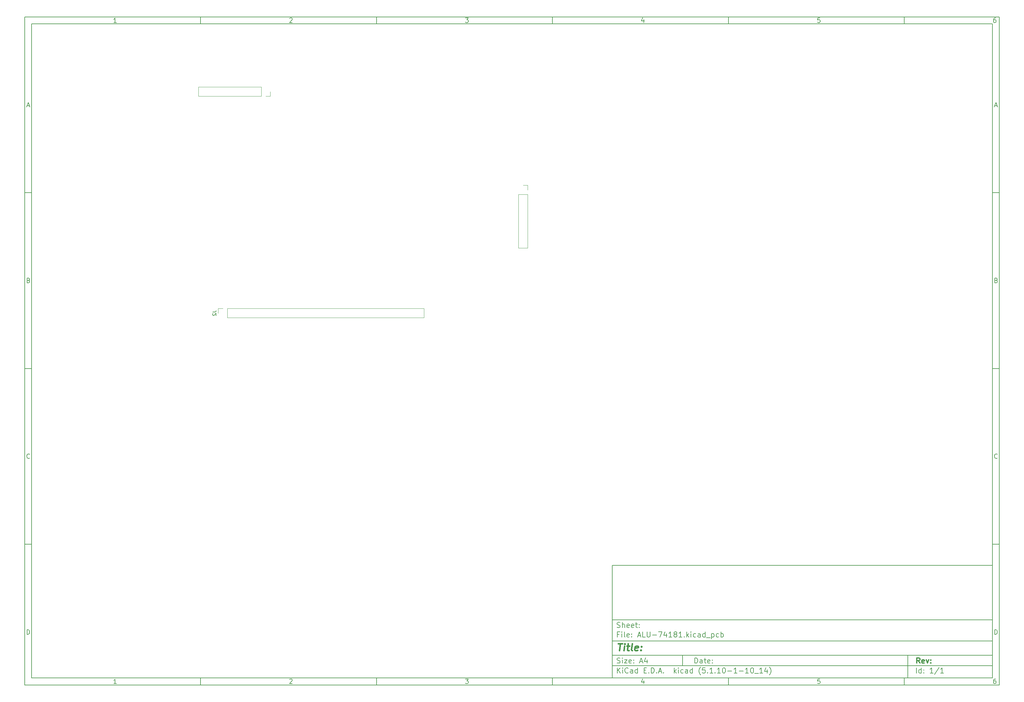
<source format=gbr>
%TF.GenerationSoftware,KiCad,Pcbnew,(5.1.10-1-10_14)*%
%TF.CreationDate,2021-11-14T11:47:48-05:00*%
%TF.ProjectId,ALU-74181,414c552d-3734-4313-9831-2e6b69636164,rev?*%
%TF.SameCoordinates,Original*%
%TF.FileFunction,Legend,Bot*%
%TF.FilePolarity,Positive*%
%FSLAX46Y46*%
G04 Gerber Fmt 4.6, Leading zero omitted, Abs format (unit mm)*
G04 Created by KiCad (PCBNEW (5.1.10-1-10_14)) date 2021-11-14 11:47:48*
%MOMM*%
%LPD*%
G01*
G04 APERTURE LIST*
%ADD10C,0.100000*%
%ADD11C,0.150000*%
%ADD12C,0.300000*%
%ADD13C,0.400000*%
%ADD14C,0.120000*%
G04 APERTURE END LIST*
D10*
D11*
X177002200Y-166007200D02*
X177002200Y-198007200D01*
X285002200Y-198007200D01*
X285002200Y-166007200D01*
X177002200Y-166007200D01*
D10*
D11*
X10000000Y-10000000D02*
X10000000Y-200007200D01*
X287002200Y-200007200D01*
X287002200Y-10000000D01*
X10000000Y-10000000D01*
D10*
D11*
X12000000Y-12000000D02*
X12000000Y-198007200D01*
X285002200Y-198007200D01*
X285002200Y-12000000D01*
X12000000Y-12000000D01*
D10*
D11*
X60000000Y-12000000D02*
X60000000Y-10000000D01*
D10*
D11*
X110000000Y-12000000D02*
X110000000Y-10000000D01*
D10*
D11*
X160000000Y-12000000D02*
X160000000Y-10000000D01*
D10*
D11*
X210000000Y-12000000D02*
X210000000Y-10000000D01*
D10*
D11*
X260000000Y-12000000D02*
X260000000Y-10000000D01*
D10*
D11*
X36065476Y-11588095D02*
X35322619Y-11588095D01*
X35694047Y-11588095D02*
X35694047Y-10288095D01*
X35570238Y-10473809D01*
X35446428Y-10597619D01*
X35322619Y-10659523D01*
D10*
D11*
X85322619Y-10411904D02*
X85384523Y-10350000D01*
X85508333Y-10288095D01*
X85817857Y-10288095D01*
X85941666Y-10350000D01*
X86003571Y-10411904D01*
X86065476Y-10535714D01*
X86065476Y-10659523D01*
X86003571Y-10845238D01*
X85260714Y-11588095D01*
X86065476Y-11588095D01*
D10*
D11*
X135260714Y-10288095D02*
X136065476Y-10288095D01*
X135632142Y-10783333D01*
X135817857Y-10783333D01*
X135941666Y-10845238D01*
X136003571Y-10907142D01*
X136065476Y-11030952D01*
X136065476Y-11340476D01*
X136003571Y-11464285D01*
X135941666Y-11526190D01*
X135817857Y-11588095D01*
X135446428Y-11588095D01*
X135322619Y-11526190D01*
X135260714Y-11464285D01*
D10*
D11*
X185941666Y-10721428D02*
X185941666Y-11588095D01*
X185632142Y-10226190D02*
X185322619Y-11154761D01*
X186127380Y-11154761D01*
D10*
D11*
X236003571Y-10288095D02*
X235384523Y-10288095D01*
X235322619Y-10907142D01*
X235384523Y-10845238D01*
X235508333Y-10783333D01*
X235817857Y-10783333D01*
X235941666Y-10845238D01*
X236003571Y-10907142D01*
X236065476Y-11030952D01*
X236065476Y-11340476D01*
X236003571Y-11464285D01*
X235941666Y-11526190D01*
X235817857Y-11588095D01*
X235508333Y-11588095D01*
X235384523Y-11526190D01*
X235322619Y-11464285D01*
D10*
D11*
X285941666Y-10288095D02*
X285694047Y-10288095D01*
X285570238Y-10350000D01*
X285508333Y-10411904D01*
X285384523Y-10597619D01*
X285322619Y-10845238D01*
X285322619Y-11340476D01*
X285384523Y-11464285D01*
X285446428Y-11526190D01*
X285570238Y-11588095D01*
X285817857Y-11588095D01*
X285941666Y-11526190D01*
X286003571Y-11464285D01*
X286065476Y-11340476D01*
X286065476Y-11030952D01*
X286003571Y-10907142D01*
X285941666Y-10845238D01*
X285817857Y-10783333D01*
X285570238Y-10783333D01*
X285446428Y-10845238D01*
X285384523Y-10907142D01*
X285322619Y-11030952D01*
D10*
D11*
X60000000Y-198007200D02*
X60000000Y-200007200D01*
D10*
D11*
X110000000Y-198007200D02*
X110000000Y-200007200D01*
D10*
D11*
X160000000Y-198007200D02*
X160000000Y-200007200D01*
D10*
D11*
X210000000Y-198007200D02*
X210000000Y-200007200D01*
D10*
D11*
X260000000Y-198007200D02*
X260000000Y-200007200D01*
D10*
D11*
X36065476Y-199595295D02*
X35322619Y-199595295D01*
X35694047Y-199595295D02*
X35694047Y-198295295D01*
X35570238Y-198481009D01*
X35446428Y-198604819D01*
X35322619Y-198666723D01*
D10*
D11*
X85322619Y-198419104D02*
X85384523Y-198357200D01*
X85508333Y-198295295D01*
X85817857Y-198295295D01*
X85941666Y-198357200D01*
X86003571Y-198419104D01*
X86065476Y-198542914D01*
X86065476Y-198666723D01*
X86003571Y-198852438D01*
X85260714Y-199595295D01*
X86065476Y-199595295D01*
D10*
D11*
X135260714Y-198295295D02*
X136065476Y-198295295D01*
X135632142Y-198790533D01*
X135817857Y-198790533D01*
X135941666Y-198852438D01*
X136003571Y-198914342D01*
X136065476Y-199038152D01*
X136065476Y-199347676D01*
X136003571Y-199471485D01*
X135941666Y-199533390D01*
X135817857Y-199595295D01*
X135446428Y-199595295D01*
X135322619Y-199533390D01*
X135260714Y-199471485D01*
D10*
D11*
X185941666Y-198728628D02*
X185941666Y-199595295D01*
X185632142Y-198233390D02*
X185322619Y-199161961D01*
X186127380Y-199161961D01*
D10*
D11*
X236003571Y-198295295D02*
X235384523Y-198295295D01*
X235322619Y-198914342D01*
X235384523Y-198852438D01*
X235508333Y-198790533D01*
X235817857Y-198790533D01*
X235941666Y-198852438D01*
X236003571Y-198914342D01*
X236065476Y-199038152D01*
X236065476Y-199347676D01*
X236003571Y-199471485D01*
X235941666Y-199533390D01*
X235817857Y-199595295D01*
X235508333Y-199595295D01*
X235384523Y-199533390D01*
X235322619Y-199471485D01*
D10*
D11*
X285941666Y-198295295D02*
X285694047Y-198295295D01*
X285570238Y-198357200D01*
X285508333Y-198419104D01*
X285384523Y-198604819D01*
X285322619Y-198852438D01*
X285322619Y-199347676D01*
X285384523Y-199471485D01*
X285446428Y-199533390D01*
X285570238Y-199595295D01*
X285817857Y-199595295D01*
X285941666Y-199533390D01*
X286003571Y-199471485D01*
X286065476Y-199347676D01*
X286065476Y-199038152D01*
X286003571Y-198914342D01*
X285941666Y-198852438D01*
X285817857Y-198790533D01*
X285570238Y-198790533D01*
X285446428Y-198852438D01*
X285384523Y-198914342D01*
X285322619Y-199038152D01*
D10*
D11*
X10000000Y-60000000D02*
X12000000Y-60000000D01*
D10*
D11*
X10000000Y-110000000D02*
X12000000Y-110000000D01*
D10*
D11*
X10000000Y-160000000D02*
X12000000Y-160000000D01*
D10*
D11*
X10690476Y-35216666D02*
X11309523Y-35216666D01*
X10566666Y-35588095D02*
X11000000Y-34288095D01*
X11433333Y-35588095D01*
D10*
D11*
X11092857Y-84907142D02*
X11278571Y-84969047D01*
X11340476Y-85030952D01*
X11402380Y-85154761D01*
X11402380Y-85340476D01*
X11340476Y-85464285D01*
X11278571Y-85526190D01*
X11154761Y-85588095D01*
X10659523Y-85588095D01*
X10659523Y-84288095D01*
X11092857Y-84288095D01*
X11216666Y-84350000D01*
X11278571Y-84411904D01*
X11340476Y-84535714D01*
X11340476Y-84659523D01*
X11278571Y-84783333D01*
X11216666Y-84845238D01*
X11092857Y-84907142D01*
X10659523Y-84907142D01*
D10*
D11*
X11402380Y-135464285D02*
X11340476Y-135526190D01*
X11154761Y-135588095D01*
X11030952Y-135588095D01*
X10845238Y-135526190D01*
X10721428Y-135402380D01*
X10659523Y-135278571D01*
X10597619Y-135030952D01*
X10597619Y-134845238D01*
X10659523Y-134597619D01*
X10721428Y-134473809D01*
X10845238Y-134350000D01*
X11030952Y-134288095D01*
X11154761Y-134288095D01*
X11340476Y-134350000D01*
X11402380Y-134411904D01*
D10*
D11*
X10659523Y-185588095D02*
X10659523Y-184288095D01*
X10969047Y-184288095D01*
X11154761Y-184350000D01*
X11278571Y-184473809D01*
X11340476Y-184597619D01*
X11402380Y-184845238D01*
X11402380Y-185030952D01*
X11340476Y-185278571D01*
X11278571Y-185402380D01*
X11154761Y-185526190D01*
X10969047Y-185588095D01*
X10659523Y-185588095D01*
D10*
D11*
X287002200Y-60000000D02*
X285002200Y-60000000D01*
D10*
D11*
X287002200Y-110000000D02*
X285002200Y-110000000D01*
D10*
D11*
X287002200Y-160000000D02*
X285002200Y-160000000D01*
D10*
D11*
X285692676Y-35216666D02*
X286311723Y-35216666D01*
X285568866Y-35588095D02*
X286002200Y-34288095D01*
X286435533Y-35588095D01*
D10*
D11*
X286095057Y-84907142D02*
X286280771Y-84969047D01*
X286342676Y-85030952D01*
X286404580Y-85154761D01*
X286404580Y-85340476D01*
X286342676Y-85464285D01*
X286280771Y-85526190D01*
X286156961Y-85588095D01*
X285661723Y-85588095D01*
X285661723Y-84288095D01*
X286095057Y-84288095D01*
X286218866Y-84350000D01*
X286280771Y-84411904D01*
X286342676Y-84535714D01*
X286342676Y-84659523D01*
X286280771Y-84783333D01*
X286218866Y-84845238D01*
X286095057Y-84907142D01*
X285661723Y-84907142D01*
D10*
D11*
X286404580Y-135464285D02*
X286342676Y-135526190D01*
X286156961Y-135588095D01*
X286033152Y-135588095D01*
X285847438Y-135526190D01*
X285723628Y-135402380D01*
X285661723Y-135278571D01*
X285599819Y-135030952D01*
X285599819Y-134845238D01*
X285661723Y-134597619D01*
X285723628Y-134473809D01*
X285847438Y-134350000D01*
X286033152Y-134288095D01*
X286156961Y-134288095D01*
X286342676Y-134350000D01*
X286404580Y-134411904D01*
D10*
D11*
X285661723Y-185588095D02*
X285661723Y-184288095D01*
X285971247Y-184288095D01*
X286156961Y-184350000D01*
X286280771Y-184473809D01*
X286342676Y-184597619D01*
X286404580Y-184845238D01*
X286404580Y-185030952D01*
X286342676Y-185278571D01*
X286280771Y-185402380D01*
X286156961Y-185526190D01*
X285971247Y-185588095D01*
X285661723Y-185588095D01*
D10*
D11*
X200434342Y-193785771D02*
X200434342Y-192285771D01*
X200791485Y-192285771D01*
X201005771Y-192357200D01*
X201148628Y-192500057D01*
X201220057Y-192642914D01*
X201291485Y-192928628D01*
X201291485Y-193142914D01*
X201220057Y-193428628D01*
X201148628Y-193571485D01*
X201005771Y-193714342D01*
X200791485Y-193785771D01*
X200434342Y-193785771D01*
X202577200Y-193785771D02*
X202577200Y-193000057D01*
X202505771Y-192857200D01*
X202362914Y-192785771D01*
X202077200Y-192785771D01*
X201934342Y-192857200D01*
X202577200Y-193714342D02*
X202434342Y-193785771D01*
X202077200Y-193785771D01*
X201934342Y-193714342D01*
X201862914Y-193571485D01*
X201862914Y-193428628D01*
X201934342Y-193285771D01*
X202077200Y-193214342D01*
X202434342Y-193214342D01*
X202577200Y-193142914D01*
X203077200Y-192785771D02*
X203648628Y-192785771D01*
X203291485Y-192285771D02*
X203291485Y-193571485D01*
X203362914Y-193714342D01*
X203505771Y-193785771D01*
X203648628Y-193785771D01*
X204720057Y-193714342D02*
X204577200Y-193785771D01*
X204291485Y-193785771D01*
X204148628Y-193714342D01*
X204077200Y-193571485D01*
X204077200Y-193000057D01*
X204148628Y-192857200D01*
X204291485Y-192785771D01*
X204577200Y-192785771D01*
X204720057Y-192857200D01*
X204791485Y-193000057D01*
X204791485Y-193142914D01*
X204077200Y-193285771D01*
X205434342Y-193642914D02*
X205505771Y-193714342D01*
X205434342Y-193785771D01*
X205362914Y-193714342D01*
X205434342Y-193642914D01*
X205434342Y-193785771D01*
X205434342Y-192857200D02*
X205505771Y-192928628D01*
X205434342Y-193000057D01*
X205362914Y-192928628D01*
X205434342Y-192857200D01*
X205434342Y-193000057D01*
D10*
D11*
X177002200Y-194507200D02*
X285002200Y-194507200D01*
D10*
D11*
X178434342Y-196585771D02*
X178434342Y-195085771D01*
X179291485Y-196585771D02*
X178648628Y-195728628D01*
X179291485Y-195085771D02*
X178434342Y-195942914D01*
X179934342Y-196585771D02*
X179934342Y-195585771D01*
X179934342Y-195085771D02*
X179862914Y-195157200D01*
X179934342Y-195228628D01*
X180005771Y-195157200D01*
X179934342Y-195085771D01*
X179934342Y-195228628D01*
X181505771Y-196442914D02*
X181434342Y-196514342D01*
X181220057Y-196585771D01*
X181077200Y-196585771D01*
X180862914Y-196514342D01*
X180720057Y-196371485D01*
X180648628Y-196228628D01*
X180577200Y-195942914D01*
X180577200Y-195728628D01*
X180648628Y-195442914D01*
X180720057Y-195300057D01*
X180862914Y-195157200D01*
X181077200Y-195085771D01*
X181220057Y-195085771D01*
X181434342Y-195157200D01*
X181505771Y-195228628D01*
X182791485Y-196585771D02*
X182791485Y-195800057D01*
X182720057Y-195657200D01*
X182577200Y-195585771D01*
X182291485Y-195585771D01*
X182148628Y-195657200D01*
X182791485Y-196514342D02*
X182648628Y-196585771D01*
X182291485Y-196585771D01*
X182148628Y-196514342D01*
X182077200Y-196371485D01*
X182077200Y-196228628D01*
X182148628Y-196085771D01*
X182291485Y-196014342D01*
X182648628Y-196014342D01*
X182791485Y-195942914D01*
X184148628Y-196585771D02*
X184148628Y-195085771D01*
X184148628Y-196514342D02*
X184005771Y-196585771D01*
X183720057Y-196585771D01*
X183577200Y-196514342D01*
X183505771Y-196442914D01*
X183434342Y-196300057D01*
X183434342Y-195871485D01*
X183505771Y-195728628D01*
X183577200Y-195657200D01*
X183720057Y-195585771D01*
X184005771Y-195585771D01*
X184148628Y-195657200D01*
X186005771Y-195800057D02*
X186505771Y-195800057D01*
X186720057Y-196585771D02*
X186005771Y-196585771D01*
X186005771Y-195085771D01*
X186720057Y-195085771D01*
X187362914Y-196442914D02*
X187434342Y-196514342D01*
X187362914Y-196585771D01*
X187291485Y-196514342D01*
X187362914Y-196442914D01*
X187362914Y-196585771D01*
X188077200Y-196585771D02*
X188077200Y-195085771D01*
X188434342Y-195085771D01*
X188648628Y-195157200D01*
X188791485Y-195300057D01*
X188862914Y-195442914D01*
X188934342Y-195728628D01*
X188934342Y-195942914D01*
X188862914Y-196228628D01*
X188791485Y-196371485D01*
X188648628Y-196514342D01*
X188434342Y-196585771D01*
X188077200Y-196585771D01*
X189577200Y-196442914D02*
X189648628Y-196514342D01*
X189577200Y-196585771D01*
X189505771Y-196514342D01*
X189577200Y-196442914D01*
X189577200Y-196585771D01*
X190220057Y-196157200D02*
X190934342Y-196157200D01*
X190077200Y-196585771D02*
X190577200Y-195085771D01*
X191077200Y-196585771D01*
X191577200Y-196442914D02*
X191648628Y-196514342D01*
X191577200Y-196585771D01*
X191505771Y-196514342D01*
X191577200Y-196442914D01*
X191577200Y-196585771D01*
X194577200Y-196585771D02*
X194577200Y-195085771D01*
X194720057Y-196014342D02*
X195148628Y-196585771D01*
X195148628Y-195585771D02*
X194577200Y-196157200D01*
X195791485Y-196585771D02*
X195791485Y-195585771D01*
X195791485Y-195085771D02*
X195720057Y-195157200D01*
X195791485Y-195228628D01*
X195862914Y-195157200D01*
X195791485Y-195085771D01*
X195791485Y-195228628D01*
X197148628Y-196514342D02*
X197005771Y-196585771D01*
X196720057Y-196585771D01*
X196577200Y-196514342D01*
X196505771Y-196442914D01*
X196434342Y-196300057D01*
X196434342Y-195871485D01*
X196505771Y-195728628D01*
X196577200Y-195657200D01*
X196720057Y-195585771D01*
X197005771Y-195585771D01*
X197148628Y-195657200D01*
X198434342Y-196585771D02*
X198434342Y-195800057D01*
X198362914Y-195657200D01*
X198220057Y-195585771D01*
X197934342Y-195585771D01*
X197791485Y-195657200D01*
X198434342Y-196514342D02*
X198291485Y-196585771D01*
X197934342Y-196585771D01*
X197791485Y-196514342D01*
X197720057Y-196371485D01*
X197720057Y-196228628D01*
X197791485Y-196085771D01*
X197934342Y-196014342D01*
X198291485Y-196014342D01*
X198434342Y-195942914D01*
X199791485Y-196585771D02*
X199791485Y-195085771D01*
X199791485Y-196514342D02*
X199648628Y-196585771D01*
X199362914Y-196585771D01*
X199220057Y-196514342D01*
X199148628Y-196442914D01*
X199077200Y-196300057D01*
X199077200Y-195871485D01*
X199148628Y-195728628D01*
X199220057Y-195657200D01*
X199362914Y-195585771D01*
X199648628Y-195585771D01*
X199791485Y-195657200D01*
X202077200Y-197157200D02*
X202005771Y-197085771D01*
X201862914Y-196871485D01*
X201791485Y-196728628D01*
X201720057Y-196514342D01*
X201648628Y-196157200D01*
X201648628Y-195871485D01*
X201720057Y-195514342D01*
X201791485Y-195300057D01*
X201862914Y-195157200D01*
X202005771Y-194942914D01*
X202077200Y-194871485D01*
X203362914Y-195085771D02*
X202648628Y-195085771D01*
X202577200Y-195800057D01*
X202648628Y-195728628D01*
X202791485Y-195657200D01*
X203148628Y-195657200D01*
X203291485Y-195728628D01*
X203362914Y-195800057D01*
X203434342Y-195942914D01*
X203434342Y-196300057D01*
X203362914Y-196442914D01*
X203291485Y-196514342D01*
X203148628Y-196585771D01*
X202791485Y-196585771D01*
X202648628Y-196514342D01*
X202577200Y-196442914D01*
X204077200Y-196442914D02*
X204148628Y-196514342D01*
X204077200Y-196585771D01*
X204005771Y-196514342D01*
X204077200Y-196442914D01*
X204077200Y-196585771D01*
X205577200Y-196585771D02*
X204720057Y-196585771D01*
X205148628Y-196585771D02*
X205148628Y-195085771D01*
X205005771Y-195300057D01*
X204862914Y-195442914D01*
X204720057Y-195514342D01*
X206220057Y-196442914D02*
X206291485Y-196514342D01*
X206220057Y-196585771D01*
X206148628Y-196514342D01*
X206220057Y-196442914D01*
X206220057Y-196585771D01*
X207720057Y-196585771D02*
X206862914Y-196585771D01*
X207291485Y-196585771D02*
X207291485Y-195085771D01*
X207148628Y-195300057D01*
X207005771Y-195442914D01*
X206862914Y-195514342D01*
X208648628Y-195085771D02*
X208791485Y-195085771D01*
X208934342Y-195157200D01*
X209005771Y-195228628D01*
X209077200Y-195371485D01*
X209148628Y-195657200D01*
X209148628Y-196014342D01*
X209077200Y-196300057D01*
X209005771Y-196442914D01*
X208934342Y-196514342D01*
X208791485Y-196585771D01*
X208648628Y-196585771D01*
X208505771Y-196514342D01*
X208434342Y-196442914D01*
X208362914Y-196300057D01*
X208291485Y-196014342D01*
X208291485Y-195657200D01*
X208362914Y-195371485D01*
X208434342Y-195228628D01*
X208505771Y-195157200D01*
X208648628Y-195085771D01*
X209791485Y-196014342D02*
X210934342Y-196014342D01*
X212434342Y-196585771D02*
X211577200Y-196585771D01*
X212005771Y-196585771D02*
X212005771Y-195085771D01*
X211862914Y-195300057D01*
X211720057Y-195442914D01*
X211577200Y-195514342D01*
X213077200Y-196014342D02*
X214220057Y-196014342D01*
X215720057Y-196585771D02*
X214862914Y-196585771D01*
X215291485Y-196585771D02*
X215291485Y-195085771D01*
X215148628Y-195300057D01*
X215005771Y-195442914D01*
X214862914Y-195514342D01*
X216648628Y-195085771D02*
X216791485Y-195085771D01*
X216934342Y-195157200D01*
X217005771Y-195228628D01*
X217077200Y-195371485D01*
X217148628Y-195657200D01*
X217148628Y-196014342D01*
X217077200Y-196300057D01*
X217005771Y-196442914D01*
X216934342Y-196514342D01*
X216791485Y-196585771D01*
X216648628Y-196585771D01*
X216505771Y-196514342D01*
X216434342Y-196442914D01*
X216362914Y-196300057D01*
X216291485Y-196014342D01*
X216291485Y-195657200D01*
X216362914Y-195371485D01*
X216434342Y-195228628D01*
X216505771Y-195157200D01*
X216648628Y-195085771D01*
X217434342Y-196728628D02*
X218577200Y-196728628D01*
X219720057Y-196585771D02*
X218862914Y-196585771D01*
X219291485Y-196585771D02*
X219291485Y-195085771D01*
X219148628Y-195300057D01*
X219005771Y-195442914D01*
X218862914Y-195514342D01*
X221005771Y-195585771D02*
X221005771Y-196585771D01*
X220648628Y-195014342D02*
X220291485Y-196085771D01*
X221220057Y-196085771D01*
X221648628Y-197157200D02*
X221720057Y-197085771D01*
X221862914Y-196871485D01*
X221934342Y-196728628D01*
X222005771Y-196514342D01*
X222077200Y-196157200D01*
X222077200Y-195871485D01*
X222005771Y-195514342D01*
X221934342Y-195300057D01*
X221862914Y-195157200D01*
X221720057Y-194942914D01*
X221648628Y-194871485D01*
D10*
D11*
X177002200Y-191507200D02*
X285002200Y-191507200D01*
D10*
D12*
X264411485Y-193785771D02*
X263911485Y-193071485D01*
X263554342Y-193785771D02*
X263554342Y-192285771D01*
X264125771Y-192285771D01*
X264268628Y-192357200D01*
X264340057Y-192428628D01*
X264411485Y-192571485D01*
X264411485Y-192785771D01*
X264340057Y-192928628D01*
X264268628Y-193000057D01*
X264125771Y-193071485D01*
X263554342Y-193071485D01*
X265625771Y-193714342D02*
X265482914Y-193785771D01*
X265197200Y-193785771D01*
X265054342Y-193714342D01*
X264982914Y-193571485D01*
X264982914Y-193000057D01*
X265054342Y-192857200D01*
X265197200Y-192785771D01*
X265482914Y-192785771D01*
X265625771Y-192857200D01*
X265697200Y-193000057D01*
X265697200Y-193142914D01*
X264982914Y-193285771D01*
X266197200Y-192785771D02*
X266554342Y-193785771D01*
X266911485Y-192785771D01*
X267482914Y-193642914D02*
X267554342Y-193714342D01*
X267482914Y-193785771D01*
X267411485Y-193714342D01*
X267482914Y-193642914D01*
X267482914Y-193785771D01*
X267482914Y-192857200D02*
X267554342Y-192928628D01*
X267482914Y-193000057D01*
X267411485Y-192928628D01*
X267482914Y-192857200D01*
X267482914Y-193000057D01*
D10*
D11*
X178362914Y-193714342D02*
X178577200Y-193785771D01*
X178934342Y-193785771D01*
X179077200Y-193714342D01*
X179148628Y-193642914D01*
X179220057Y-193500057D01*
X179220057Y-193357200D01*
X179148628Y-193214342D01*
X179077200Y-193142914D01*
X178934342Y-193071485D01*
X178648628Y-193000057D01*
X178505771Y-192928628D01*
X178434342Y-192857200D01*
X178362914Y-192714342D01*
X178362914Y-192571485D01*
X178434342Y-192428628D01*
X178505771Y-192357200D01*
X178648628Y-192285771D01*
X179005771Y-192285771D01*
X179220057Y-192357200D01*
X179862914Y-193785771D02*
X179862914Y-192785771D01*
X179862914Y-192285771D02*
X179791485Y-192357200D01*
X179862914Y-192428628D01*
X179934342Y-192357200D01*
X179862914Y-192285771D01*
X179862914Y-192428628D01*
X180434342Y-192785771D02*
X181220057Y-192785771D01*
X180434342Y-193785771D01*
X181220057Y-193785771D01*
X182362914Y-193714342D02*
X182220057Y-193785771D01*
X181934342Y-193785771D01*
X181791485Y-193714342D01*
X181720057Y-193571485D01*
X181720057Y-193000057D01*
X181791485Y-192857200D01*
X181934342Y-192785771D01*
X182220057Y-192785771D01*
X182362914Y-192857200D01*
X182434342Y-193000057D01*
X182434342Y-193142914D01*
X181720057Y-193285771D01*
X183077200Y-193642914D02*
X183148628Y-193714342D01*
X183077200Y-193785771D01*
X183005771Y-193714342D01*
X183077200Y-193642914D01*
X183077200Y-193785771D01*
X183077200Y-192857200D02*
X183148628Y-192928628D01*
X183077200Y-193000057D01*
X183005771Y-192928628D01*
X183077200Y-192857200D01*
X183077200Y-193000057D01*
X184862914Y-193357200D02*
X185577200Y-193357200D01*
X184720057Y-193785771D02*
X185220057Y-192285771D01*
X185720057Y-193785771D01*
X186862914Y-192785771D02*
X186862914Y-193785771D01*
X186505771Y-192214342D02*
X186148628Y-193285771D01*
X187077200Y-193285771D01*
D10*
D11*
X263434342Y-196585771D02*
X263434342Y-195085771D01*
X264791485Y-196585771D02*
X264791485Y-195085771D01*
X264791485Y-196514342D02*
X264648628Y-196585771D01*
X264362914Y-196585771D01*
X264220057Y-196514342D01*
X264148628Y-196442914D01*
X264077200Y-196300057D01*
X264077200Y-195871485D01*
X264148628Y-195728628D01*
X264220057Y-195657200D01*
X264362914Y-195585771D01*
X264648628Y-195585771D01*
X264791485Y-195657200D01*
X265505771Y-196442914D02*
X265577200Y-196514342D01*
X265505771Y-196585771D01*
X265434342Y-196514342D01*
X265505771Y-196442914D01*
X265505771Y-196585771D01*
X265505771Y-195657200D02*
X265577200Y-195728628D01*
X265505771Y-195800057D01*
X265434342Y-195728628D01*
X265505771Y-195657200D01*
X265505771Y-195800057D01*
X268148628Y-196585771D02*
X267291485Y-196585771D01*
X267720057Y-196585771D02*
X267720057Y-195085771D01*
X267577200Y-195300057D01*
X267434342Y-195442914D01*
X267291485Y-195514342D01*
X269862914Y-195014342D02*
X268577200Y-196942914D01*
X271148628Y-196585771D02*
X270291485Y-196585771D01*
X270720057Y-196585771D02*
X270720057Y-195085771D01*
X270577200Y-195300057D01*
X270434342Y-195442914D01*
X270291485Y-195514342D01*
D10*
D11*
X177002200Y-187507200D02*
X285002200Y-187507200D01*
D10*
D13*
X178714580Y-188211961D02*
X179857438Y-188211961D01*
X179036009Y-190211961D02*
X179286009Y-188211961D01*
X180274104Y-190211961D02*
X180440771Y-188878628D01*
X180524104Y-188211961D02*
X180416961Y-188307200D01*
X180500295Y-188402438D01*
X180607438Y-188307200D01*
X180524104Y-188211961D01*
X180500295Y-188402438D01*
X181107438Y-188878628D02*
X181869342Y-188878628D01*
X181476485Y-188211961D02*
X181262200Y-189926247D01*
X181333628Y-190116723D01*
X181512200Y-190211961D01*
X181702676Y-190211961D01*
X182655057Y-190211961D02*
X182476485Y-190116723D01*
X182405057Y-189926247D01*
X182619342Y-188211961D01*
X184190771Y-190116723D02*
X183988390Y-190211961D01*
X183607438Y-190211961D01*
X183428866Y-190116723D01*
X183357438Y-189926247D01*
X183452676Y-189164342D01*
X183571723Y-188973866D01*
X183774104Y-188878628D01*
X184155057Y-188878628D01*
X184333628Y-188973866D01*
X184405057Y-189164342D01*
X184381247Y-189354819D01*
X183405057Y-189545295D01*
X185155057Y-190021485D02*
X185238390Y-190116723D01*
X185131247Y-190211961D01*
X185047914Y-190116723D01*
X185155057Y-190021485D01*
X185131247Y-190211961D01*
X185286009Y-188973866D02*
X185369342Y-189069104D01*
X185262200Y-189164342D01*
X185178866Y-189069104D01*
X185286009Y-188973866D01*
X185262200Y-189164342D01*
D10*
D11*
X178934342Y-185600057D02*
X178434342Y-185600057D01*
X178434342Y-186385771D02*
X178434342Y-184885771D01*
X179148628Y-184885771D01*
X179720057Y-186385771D02*
X179720057Y-185385771D01*
X179720057Y-184885771D02*
X179648628Y-184957200D01*
X179720057Y-185028628D01*
X179791485Y-184957200D01*
X179720057Y-184885771D01*
X179720057Y-185028628D01*
X180648628Y-186385771D02*
X180505771Y-186314342D01*
X180434342Y-186171485D01*
X180434342Y-184885771D01*
X181791485Y-186314342D02*
X181648628Y-186385771D01*
X181362914Y-186385771D01*
X181220057Y-186314342D01*
X181148628Y-186171485D01*
X181148628Y-185600057D01*
X181220057Y-185457200D01*
X181362914Y-185385771D01*
X181648628Y-185385771D01*
X181791485Y-185457200D01*
X181862914Y-185600057D01*
X181862914Y-185742914D01*
X181148628Y-185885771D01*
X182505771Y-186242914D02*
X182577200Y-186314342D01*
X182505771Y-186385771D01*
X182434342Y-186314342D01*
X182505771Y-186242914D01*
X182505771Y-186385771D01*
X182505771Y-185457200D02*
X182577200Y-185528628D01*
X182505771Y-185600057D01*
X182434342Y-185528628D01*
X182505771Y-185457200D01*
X182505771Y-185600057D01*
X184291485Y-185957200D02*
X185005771Y-185957200D01*
X184148628Y-186385771D02*
X184648628Y-184885771D01*
X185148628Y-186385771D01*
X186362914Y-186385771D02*
X185648628Y-186385771D01*
X185648628Y-184885771D01*
X186862914Y-184885771D02*
X186862914Y-186100057D01*
X186934342Y-186242914D01*
X187005771Y-186314342D01*
X187148628Y-186385771D01*
X187434342Y-186385771D01*
X187577200Y-186314342D01*
X187648628Y-186242914D01*
X187720057Y-186100057D01*
X187720057Y-184885771D01*
X188434342Y-185814342D02*
X189577200Y-185814342D01*
X190148628Y-184885771D02*
X191148628Y-184885771D01*
X190505771Y-186385771D01*
X192362914Y-185385771D02*
X192362914Y-186385771D01*
X192005771Y-184814342D02*
X191648628Y-185885771D01*
X192577200Y-185885771D01*
X193934342Y-186385771D02*
X193077200Y-186385771D01*
X193505771Y-186385771D02*
X193505771Y-184885771D01*
X193362914Y-185100057D01*
X193220057Y-185242914D01*
X193077200Y-185314342D01*
X194791485Y-185528628D02*
X194648628Y-185457200D01*
X194577200Y-185385771D01*
X194505771Y-185242914D01*
X194505771Y-185171485D01*
X194577200Y-185028628D01*
X194648628Y-184957200D01*
X194791485Y-184885771D01*
X195077200Y-184885771D01*
X195220057Y-184957200D01*
X195291485Y-185028628D01*
X195362914Y-185171485D01*
X195362914Y-185242914D01*
X195291485Y-185385771D01*
X195220057Y-185457200D01*
X195077200Y-185528628D01*
X194791485Y-185528628D01*
X194648628Y-185600057D01*
X194577200Y-185671485D01*
X194505771Y-185814342D01*
X194505771Y-186100057D01*
X194577200Y-186242914D01*
X194648628Y-186314342D01*
X194791485Y-186385771D01*
X195077200Y-186385771D01*
X195220057Y-186314342D01*
X195291485Y-186242914D01*
X195362914Y-186100057D01*
X195362914Y-185814342D01*
X195291485Y-185671485D01*
X195220057Y-185600057D01*
X195077200Y-185528628D01*
X196791485Y-186385771D02*
X195934342Y-186385771D01*
X196362914Y-186385771D02*
X196362914Y-184885771D01*
X196220057Y-185100057D01*
X196077200Y-185242914D01*
X195934342Y-185314342D01*
X197434342Y-186242914D02*
X197505771Y-186314342D01*
X197434342Y-186385771D01*
X197362914Y-186314342D01*
X197434342Y-186242914D01*
X197434342Y-186385771D01*
X198148628Y-186385771D02*
X198148628Y-184885771D01*
X198291485Y-185814342D02*
X198720057Y-186385771D01*
X198720057Y-185385771D02*
X198148628Y-185957200D01*
X199362914Y-186385771D02*
X199362914Y-185385771D01*
X199362914Y-184885771D02*
X199291485Y-184957200D01*
X199362914Y-185028628D01*
X199434342Y-184957200D01*
X199362914Y-184885771D01*
X199362914Y-185028628D01*
X200720057Y-186314342D02*
X200577200Y-186385771D01*
X200291485Y-186385771D01*
X200148628Y-186314342D01*
X200077200Y-186242914D01*
X200005771Y-186100057D01*
X200005771Y-185671485D01*
X200077200Y-185528628D01*
X200148628Y-185457200D01*
X200291485Y-185385771D01*
X200577200Y-185385771D01*
X200720057Y-185457200D01*
X202005771Y-186385771D02*
X202005771Y-185600057D01*
X201934342Y-185457200D01*
X201791485Y-185385771D01*
X201505771Y-185385771D01*
X201362914Y-185457200D01*
X202005771Y-186314342D02*
X201862914Y-186385771D01*
X201505771Y-186385771D01*
X201362914Y-186314342D01*
X201291485Y-186171485D01*
X201291485Y-186028628D01*
X201362914Y-185885771D01*
X201505771Y-185814342D01*
X201862914Y-185814342D01*
X202005771Y-185742914D01*
X203362914Y-186385771D02*
X203362914Y-184885771D01*
X203362914Y-186314342D02*
X203220057Y-186385771D01*
X202934342Y-186385771D01*
X202791485Y-186314342D01*
X202720057Y-186242914D01*
X202648628Y-186100057D01*
X202648628Y-185671485D01*
X202720057Y-185528628D01*
X202791485Y-185457200D01*
X202934342Y-185385771D01*
X203220057Y-185385771D01*
X203362914Y-185457200D01*
X203720057Y-186528628D02*
X204862914Y-186528628D01*
X205220057Y-185385771D02*
X205220057Y-186885771D01*
X205220057Y-185457200D02*
X205362914Y-185385771D01*
X205648628Y-185385771D01*
X205791485Y-185457200D01*
X205862914Y-185528628D01*
X205934342Y-185671485D01*
X205934342Y-186100057D01*
X205862914Y-186242914D01*
X205791485Y-186314342D01*
X205648628Y-186385771D01*
X205362914Y-186385771D01*
X205220057Y-186314342D01*
X207220057Y-186314342D02*
X207077200Y-186385771D01*
X206791485Y-186385771D01*
X206648628Y-186314342D01*
X206577200Y-186242914D01*
X206505771Y-186100057D01*
X206505771Y-185671485D01*
X206577200Y-185528628D01*
X206648628Y-185457200D01*
X206791485Y-185385771D01*
X207077200Y-185385771D01*
X207220057Y-185457200D01*
X207862914Y-186385771D02*
X207862914Y-184885771D01*
X207862914Y-185457200D02*
X208005771Y-185385771D01*
X208291485Y-185385771D01*
X208434342Y-185457200D01*
X208505771Y-185528628D01*
X208577200Y-185671485D01*
X208577200Y-186100057D01*
X208505771Y-186242914D01*
X208434342Y-186314342D01*
X208291485Y-186385771D01*
X208005771Y-186385771D01*
X207862914Y-186314342D01*
D10*
D11*
X177002200Y-181507200D02*
X285002200Y-181507200D01*
D10*
D11*
X178362914Y-183614342D02*
X178577200Y-183685771D01*
X178934342Y-183685771D01*
X179077200Y-183614342D01*
X179148628Y-183542914D01*
X179220057Y-183400057D01*
X179220057Y-183257200D01*
X179148628Y-183114342D01*
X179077200Y-183042914D01*
X178934342Y-182971485D01*
X178648628Y-182900057D01*
X178505771Y-182828628D01*
X178434342Y-182757200D01*
X178362914Y-182614342D01*
X178362914Y-182471485D01*
X178434342Y-182328628D01*
X178505771Y-182257200D01*
X178648628Y-182185771D01*
X179005771Y-182185771D01*
X179220057Y-182257200D01*
X179862914Y-183685771D02*
X179862914Y-182185771D01*
X180505771Y-183685771D02*
X180505771Y-182900057D01*
X180434342Y-182757200D01*
X180291485Y-182685771D01*
X180077200Y-182685771D01*
X179934342Y-182757200D01*
X179862914Y-182828628D01*
X181791485Y-183614342D02*
X181648628Y-183685771D01*
X181362914Y-183685771D01*
X181220057Y-183614342D01*
X181148628Y-183471485D01*
X181148628Y-182900057D01*
X181220057Y-182757200D01*
X181362914Y-182685771D01*
X181648628Y-182685771D01*
X181791485Y-182757200D01*
X181862914Y-182900057D01*
X181862914Y-183042914D01*
X181148628Y-183185771D01*
X183077200Y-183614342D02*
X182934342Y-183685771D01*
X182648628Y-183685771D01*
X182505771Y-183614342D01*
X182434342Y-183471485D01*
X182434342Y-182900057D01*
X182505771Y-182757200D01*
X182648628Y-182685771D01*
X182934342Y-182685771D01*
X183077200Y-182757200D01*
X183148628Y-182900057D01*
X183148628Y-183042914D01*
X182434342Y-183185771D01*
X183577200Y-182685771D02*
X184148628Y-182685771D01*
X183791485Y-182185771D02*
X183791485Y-183471485D01*
X183862914Y-183614342D01*
X184005771Y-183685771D01*
X184148628Y-183685771D01*
X184648628Y-183542914D02*
X184720057Y-183614342D01*
X184648628Y-183685771D01*
X184577200Y-183614342D01*
X184648628Y-183542914D01*
X184648628Y-183685771D01*
X184648628Y-182757200D02*
X184720057Y-182828628D01*
X184648628Y-182900057D01*
X184577200Y-182828628D01*
X184648628Y-182757200D01*
X184648628Y-182900057D01*
D10*
D11*
X197002200Y-191507200D02*
X197002200Y-194507200D01*
D10*
D11*
X261002200Y-191507200D02*
X261002200Y-198007200D01*
D14*
%TO.C,J3*%
X152968000Y-57852000D02*
X151638000Y-57852000D01*
X152968000Y-59182000D02*
X152968000Y-57852000D01*
X152968000Y-60452000D02*
X150308000Y-60452000D01*
X150308000Y-60452000D02*
X150308000Y-75752000D01*
X152968000Y-60452000D02*
X152968000Y-75752000D01*
X152968000Y-75752000D02*
X150308000Y-75752000D01*
%TO.C,J2*%
X64964000Y-92904000D02*
X64964000Y-94234000D01*
X66294000Y-92904000D02*
X64964000Y-92904000D01*
X67564000Y-92904000D02*
X67564000Y-95564000D01*
X67564000Y-95564000D02*
X123504000Y-95564000D01*
X67564000Y-92904000D02*
X123504000Y-92904000D01*
X123504000Y-92904000D02*
X123504000Y-95564000D01*
%TO.C,J1*%
X59376000Y-32572000D02*
X59376000Y-29912000D01*
X77216000Y-32572000D02*
X59376000Y-32572000D01*
X77216000Y-29912000D02*
X59376000Y-29912000D01*
X77216000Y-32572000D02*
X77216000Y-29912000D01*
X78486000Y-32572000D02*
X79816000Y-32572000D01*
X79816000Y-32572000D02*
X79816000Y-31242000D01*
%TO.C,J2*%
D11*
X63416380Y-93900666D02*
X64130666Y-93900666D01*
X64273523Y-93853047D01*
X64368761Y-93757809D01*
X64416380Y-93614952D01*
X64416380Y-93519714D01*
X63511619Y-94329238D02*
X63464000Y-94376857D01*
X63416380Y-94472095D01*
X63416380Y-94710190D01*
X63464000Y-94805428D01*
X63511619Y-94853047D01*
X63606857Y-94900666D01*
X63702095Y-94900666D01*
X63844952Y-94853047D01*
X64416380Y-94281619D01*
X64416380Y-94900666D01*
%TD*%
M02*

</source>
